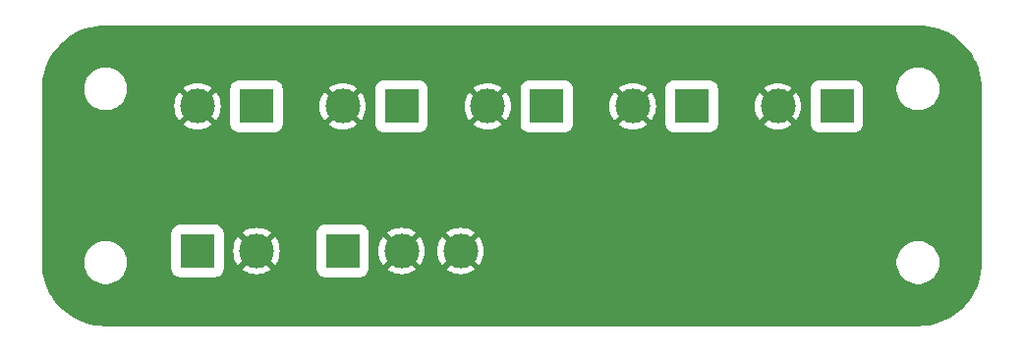
<source format=gbr>
%TF.GenerationSoftware,KiCad,Pcbnew,8.0.1*%
%TF.CreationDate,2024-04-17T01:34:18+02:00*%
%TF.ProjectId,PowerDistributionBoard,506f7765-7244-4697-9374-726962757469,rev?*%
%TF.SameCoordinates,Original*%
%TF.FileFunction,Copper,L1,Top*%
%TF.FilePolarity,Positive*%
%FSLAX46Y46*%
G04 Gerber Fmt 4.6, Leading zero omitted, Abs format (unit mm)*
G04 Created by KiCad (PCBNEW 8.0.1) date 2024-04-17 01:34:18*
%MOMM*%
%LPD*%
G01*
G04 APERTURE LIST*
%TA.AperFunction,ComponentPad*%
%ADD10R,3.000000X3.000000*%
%TD*%
%TA.AperFunction,ComponentPad*%
%ADD11C,3.000000*%
%TD*%
G04 APERTURE END LIST*
D10*
%TO.P,J7,1,Pin_1*%
%TO.N,GND*%
X147420000Y-50000000D03*
D11*
%TO.P,J7,2,Pin_2*%
%TO.N,+12V*%
X152500000Y-50000000D03*
%TO.P,J7,3,Pin_3*%
X157580000Y-50000000D03*
%TD*%
D10*
%TO.P,J6,1,Pin_1*%
%TO.N,GND*%
X134920000Y-50000000D03*
D11*
%TO.P,J6,2,Pin_2*%
%TO.N,+12V*%
X140000000Y-50000000D03*
%TD*%
D10*
%TO.P,J2,1,Pin_1*%
%TO.N,GND*%
X152500000Y-37500000D03*
D11*
%TO.P,J2,2,Pin_2*%
%TO.N,+12V*%
X147420000Y-37500000D03*
%TD*%
D10*
%TO.P,J1,1,Pin_1*%
%TO.N,GND*%
X140000000Y-37500000D03*
D11*
%TO.P,J1,2,Pin_2*%
%TO.N,+12V*%
X134920000Y-37500000D03*
%TD*%
D10*
%TO.P,J3,1,Pin_1*%
%TO.N,GND*%
X165000000Y-37500000D03*
D11*
%TO.P,J3,2,Pin_2*%
%TO.N,+12V*%
X159920000Y-37500000D03*
%TD*%
D10*
%TO.P,J4,1,Pin_1*%
%TO.N,GND*%
X177500000Y-37500000D03*
D11*
%TO.P,J4,2,Pin_2*%
%TO.N,+12V*%
X172420000Y-37500000D03*
%TD*%
D10*
%TO.P,J5,1,Pin_1*%
%TO.N,GND*%
X190000000Y-37500000D03*
D11*
%TO.P,J5,2,Pin_2*%
%TO.N,+12V*%
X184920000Y-37500000D03*
%TD*%
%TA.AperFunction,Conductor*%
%TO.N,+12V*%
G36*
X197002562Y-30500605D02*
G01*
X197449036Y-30519072D01*
X197459209Y-30519915D01*
X197900114Y-30574873D01*
X197910194Y-30576555D01*
X198345042Y-30667733D01*
X198354950Y-30670242D01*
X198780786Y-30797019D01*
X198790454Y-30800338D01*
X199131430Y-30933388D01*
X199204339Y-30961838D01*
X199213724Y-30965954D01*
X199612869Y-31161083D01*
X199621877Y-31165958D01*
X200003544Y-31393383D01*
X200012123Y-31398989D01*
X200373693Y-31657144D01*
X200381775Y-31663435D01*
X200720796Y-31950571D01*
X200728336Y-31957512D01*
X201042487Y-32271663D01*
X201049428Y-32279203D01*
X201336564Y-32618224D01*
X201342859Y-32626312D01*
X201601010Y-32987876D01*
X201606616Y-32996455D01*
X201834041Y-33378122D01*
X201838919Y-33387136D01*
X202034045Y-33786275D01*
X202038161Y-33795660D01*
X202199656Y-34209533D01*
X202202984Y-34219226D01*
X202329753Y-34645036D01*
X202332269Y-34654971D01*
X202423441Y-35089791D01*
X202425128Y-35099900D01*
X202480082Y-35540769D01*
X202480928Y-35550983D01*
X202499394Y-35997437D01*
X202499500Y-36002561D01*
X202499500Y-50997438D01*
X202499394Y-51002562D01*
X202480928Y-51449016D01*
X202480082Y-51459230D01*
X202425128Y-51900099D01*
X202423441Y-51910208D01*
X202332269Y-52345028D01*
X202329753Y-52354963D01*
X202202984Y-52780773D01*
X202199656Y-52790466D01*
X202038161Y-53204339D01*
X202034045Y-53213724D01*
X201838919Y-53612863D01*
X201834041Y-53621877D01*
X201606616Y-54003544D01*
X201601010Y-54012123D01*
X201342859Y-54373687D01*
X201336564Y-54381775D01*
X201049428Y-54720796D01*
X201042487Y-54728336D01*
X200728336Y-55042487D01*
X200720796Y-55049428D01*
X200381775Y-55336564D01*
X200373687Y-55342859D01*
X200012123Y-55601010D01*
X200003544Y-55606616D01*
X199621877Y-55834041D01*
X199612863Y-55838919D01*
X199213724Y-56034045D01*
X199204339Y-56038161D01*
X198790466Y-56199656D01*
X198780773Y-56202984D01*
X198354963Y-56329753D01*
X198345028Y-56332269D01*
X197910208Y-56423441D01*
X197900099Y-56425128D01*
X197459230Y-56480082D01*
X197449016Y-56480928D01*
X197002563Y-56499394D01*
X196997439Y-56499500D01*
X127002561Y-56499500D01*
X126997437Y-56499394D01*
X126550983Y-56480928D01*
X126540769Y-56480082D01*
X126099900Y-56425128D01*
X126089791Y-56423441D01*
X125654971Y-56332269D01*
X125645036Y-56329753D01*
X125219226Y-56202984D01*
X125209533Y-56199656D01*
X124795660Y-56038161D01*
X124786275Y-56034045D01*
X124387136Y-55838919D01*
X124378122Y-55834041D01*
X123996455Y-55606616D01*
X123987876Y-55601010D01*
X123626312Y-55342859D01*
X123618224Y-55336564D01*
X123279203Y-55049428D01*
X123271663Y-55042487D01*
X122957512Y-54728336D01*
X122950571Y-54720796D01*
X122663435Y-54381775D01*
X122657140Y-54373687D01*
X122398989Y-54012123D01*
X122393383Y-54003544D01*
X122165958Y-53621877D01*
X122161080Y-53612863D01*
X121965954Y-53213724D01*
X121961838Y-53204339D01*
X121811414Y-52818838D01*
X121800338Y-52790454D01*
X121797019Y-52780786D01*
X121670242Y-52354950D01*
X121667733Y-52345042D01*
X121576555Y-51910194D01*
X121574873Y-51900114D01*
X121519915Y-51459209D01*
X121519072Y-51449036D01*
X121505516Y-51121288D01*
X125149500Y-51121288D01*
X125181161Y-51361785D01*
X125243947Y-51596104D01*
X125267431Y-51652799D01*
X125336776Y-51820212D01*
X125458064Y-52030289D01*
X125458066Y-52030292D01*
X125458067Y-52030293D01*
X125605733Y-52222736D01*
X125605739Y-52222743D01*
X125777256Y-52394260D01*
X125777262Y-52394265D01*
X125969711Y-52541936D01*
X126179788Y-52663224D01*
X126403900Y-52756054D01*
X126638211Y-52818838D01*
X126818586Y-52842584D01*
X126878711Y-52850500D01*
X126878712Y-52850500D01*
X127121289Y-52850500D01*
X127169388Y-52844167D01*
X127361789Y-52818838D01*
X127596100Y-52756054D01*
X127820212Y-52663224D01*
X128030289Y-52541936D01*
X128222738Y-52394265D01*
X128394265Y-52222738D01*
X128541936Y-52030289D01*
X128663224Y-51820212D01*
X128756054Y-51596100D01*
X128768406Y-51550001D01*
X132669500Y-51550001D01*
X132669501Y-51550018D01*
X132680000Y-51652796D01*
X132680001Y-51652799D01*
X132735185Y-51819331D01*
X132735187Y-51819336D01*
X132735729Y-51820214D01*
X132827288Y-51968656D01*
X132951344Y-52092712D01*
X133100666Y-52184814D01*
X133267203Y-52239999D01*
X133369991Y-52250500D01*
X136470008Y-52250499D01*
X136572797Y-52239999D01*
X136739334Y-52184814D01*
X136888656Y-52092712D01*
X137012712Y-51968656D01*
X137104814Y-51819334D01*
X137159999Y-51652797D01*
X137170500Y-51550009D01*
X137170500Y-50000001D01*
X137994891Y-50000001D01*
X138015300Y-50285362D01*
X138076109Y-50564895D01*
X138176091Y-50832958D01*
X138313191Y-51084038D01*
X138313196Y-51084046D01*
X138419882Y-51226561D01*
X138419883Y-51226562D01*
X139314767Y-50331677D01*
X139326497Y-50359995D01*
X139409670Y-50484472D01*
X139515528Y-50590330D01*
X139640005Y-50673503D01*
X139668320Y-50685231D01*
X138773436Y-51580115D01*
X138915960Y-51686807D01*
X138915961Y-51686808D01*
X139167042Y-51823908D01*
X139167041Y-51823908D01*
X139435104Y-51923890D01*
X139714637Y-51984699D01*
X139999999Y-52005109D01*
X140000001Y-52005109D01*
X140285362Y-51984699D01*
X140564895Y-51923890D01*
X140832958Y-51823908D01*
X141084047Y-51686803D01*
X141226561Y-51580116D01*
X141226562Y-51580115D01*
X141196448Y-51550001D01*
X145169500Y-51550001D01*
X145169501Y-51550018D01*
X145180000Y-51652796D01*
X145180001Y-51652799D01*
X145235185Y-51819331D01*
X145235187Y-51819336D01*
X145235729Y-51820214D01*
X145327288Y-51968656D01*
X145451344Y-52092712D01*
X145600666Y-52184814D01*
X145767203Y-52239999D01*
X145869991Y-52250500D01*
X148970008Y-52250499D01*
X149072797Y-52239999D01*
X149239334Y-52184814D01*
X149388656Y-52092712D01*
X149512712Y-51968656D01*
X149604814Y-51819334D01*
X149659999Y-51652797D01*
X149670500Y-51550009D01*
X149670500Y-50000001D01*
X150494891Y-50000001D01*
X150515300Y-50285362D01*
X150576109Y-50564895D01*
X150676091Y-50832958D01*
X150813191Y-51084038D01*
X150813196Y-51084046D01*
X150919882Y-51226561D01*
X150919883Y-51226562D01*
X151814767Y-50331677D01*
X151826497Y-50359995D01*
X151909670Y-50484472D01*
X152015528Y-50590330D01*
X152140005Y-50673503D01*
X152168320Y-50685231D01*
X151273436Y-51580115D01*
X151415960Y-51686807D01*
X151415961Y-51686808D01*
X151667042Y-51823908D01*
X151667041Y-51823908D01*
X151935104Y-51923890D01*
X152214637Y-51984699D01*
X152499999Y-52005109D01*
X152500001Y-52005109D01*
X152785362Y-51984699D01*
X153064895Y-51923890D01*
X153332958Y-51823908D01*
X153584047Y-51686803D01*
X153726561Y-51580116D01*
X153726562Y-51580115D01*
X152831679Y-50685231D01*
X152859995Y-50673503D01*
X152984472Y-50590330D01*
X153090330Y-50484472D01*
X153173503Y-50359995D01*
X153185231Y-50331678D01*
X154080115Y-51226562D01*
X154080116Y-51226561D01*
X154186803Y-51084047D01*
X154323908Y-50832958D01*
X154423890Y-50564895D01*
X154484699Y-50285362D01*
X154505109Y-50000001D01*
X155574891Y-50000001D01*
X155595300Y-50285362D01*
X155656109Y-50564895D01*
X155756091Y-50832958D01*
X155893191Y-51084038D01*
X155893196Y-51084046D01*
X155999882Y-51226561D01*
X155999883Y-51226562D01*
X156894767Y-50331677D01*
X156906497Y-50359995D01*
X156989670Y-50484472D01*
X157095528Y-50590330D01*
X157220005Y-50673503D01*
X157248320Y-50685231D01*
X156353436Y-51580115D01*
X156495960Y-51686807D01*
X156495961Y-51686808D01*
X156747042Y-51823908D01*
X156747041Y-51823908D01*
X157015104Y-51923890D01*
X157294637Y-51984699D01*
X157579999Y-52005109D01*
X157580001Y-52005109D01*
X157865362Y-51984699D01*
X158144895Y-51923890D01*
X158412958Y-51823908D01*
X158664047Y-51686803D01*
X158806561Y-51580116D01*
X158806562Y-51580115D01*
X157911679Y-50685231D01*
X157939995Y-50673503D01*
X158064472Y-50590330D01*
X158170330Y-50484472D01*
X158253503Y-50359995D01*
X158265231Y-50331678D01*
X159160115Y-51226562D01*
X159160116Y-51226561D01*
X159238924Y-51121288D01*
X195149500Y-51121288D01*
X195181161Y-51361785D01*
X195243947Y-51596104D01*
X195267431Y-51652799D01*
X195336776Y-51820212D01*
X195458064Y-52030289D01*
X195458066Y-52030292D01*
X195458067Y-52030293D01*
X195605733Y-52222736D01*
X195605739Y-52222743D01*
X195777256Y-52394260D01*
X195777262Y-52394265D01*
X195969711Y-52541936D01*
X196179788Y-52663224D01*
X196403900Y-52756054D01*
X196638211Y-52818838D01*
X196818586Y-52842584D01*
X196878711Y-52850500D01*
X196878712Y-52850500D01*
X197121289Y-52850500D01*
X197169388Y-52844167D01*
X197361789Y-52818838D01*
X197596100Y-52756054D01*
X197820212Y-52663224D01*
X198030289Y-52541936D01*
X198222738Y-52394265D01*
X198394265Y-52222738D01*
X198541936Y-52030289D01*
X198663224Y-51820212D01*
X198756054Y-51596100D01*
X198818838Y-51361789D01*
X198850500Y-51121288D01*
X198850500Y-50878712D01*
X198844476Y-50832958D01*
X198842584Y-50818586D01*
X198818838Y-50638211D01*
X198756054Y-50403900D01*
X198663224Y-50179788D01*
X198541936Y-49969711D01*
X198394265Y-49777262D01*
X198394260Y-49777256D01*
X198222743Y-49605739D01*
X198222736Y-49605733D01*
X198030293Y-49458067D01*
X198030292Y-49458066D01*
X198030289Y-49458064D01*
X197820212Y-49336776D01*
X197820205Y-49336773D01*
X197596104Y-49243947D01*
X197361785Y-49181161D01*
X197121289Y-49149500D01*
X197121288Y-49149500D01*
X196878712Y-49149500D01*
X196878711Y-49149500D01*
X196638214Y-49181161D01*
X196403895Y-49243947D01*
X196179794Y-49336773D01*
X196179785Y-49336777D01*
X195969706Y-49458067D01*
X195777263Y-49605733D01*
X195777256Y-49605739D01*
X195605739Y-49777256D01*
X195605733Y-49777263D01*
X195458067Y-49969706D01*
X195336777Y-50179785D01*
X195336773Y-50179794D01*
X195243947Y-50403895D01*
X195181161Y-50638214D01*
X195149500Y-50878711D01*
X195149500Y-51121288D01*
X159238924Y-51121288D01*
X159266803Y-51084047D01*
X159403908Y-50832958D01*
X159503890Y-50564895D01*
X159564699Y-50285362D01*
X159585109Y-50000001D01*
X159585109Y-49999998D01*
X159564699Y-49714637D01*
X159503890Y-49435104D01*
X159403908Y-49167041D01*
X159266808Y-48915961D01*
X159266807Y-48915960D01*
X159160115Y-48773436D01*
X158265231Y-49668320D01*
X158253503Y-49640005D01*
X158170330Y-49515528D01*
X158064472Y-49409670D01*
X157939995Y-49326497D01*
X157911678Y-49314767D01*
X158806562Y-48419883D01*
X158806561Y-48419882D01*
X158664046Y-48313196D01*
X158664038Y-48313191D01*
X158412957Y-48176091D01*
X158412958Y-48176091D01*
X158144895Y-48076109D01*
X157865362Y-48015300D01*
X157580001Y-47994891D01*
X157579999Y-47994891D01*
X157294637Y-48015300D01*
X157015104Y-48076109D01*
X156747041Y-48176091D01*
X156495961Y-48313191D01*
X156495953Y-48313196D01*
X156353437Y-48419882D01*
X156353436Y-48419883D01*
X157248321Y-49314767D01*
X157220005Y-49326497D01*
X157095528Y-49409670D01*
X156989670Y-49515528D01*
X156906497Y-49640005D01*
X156894768Y-49668321D01*
X155999883Y-48773436D01*
X155999882Y-48773437D01*
X155893196Y-48915953D01*
X155893191Y-48915961D01*
X155756091Y-49167041D01*
X155656109Y-49435104D01*
X155595300Y-49714637D01*
X155574891Y-49999998D01*
X155574891Y-50000001D01*
X154505109Y-50000001D01*
X154505109Y-49999998D01*
X154484699Y-49714637D01*
X154423890Y-49435104D01*
X154323908Y-49167041D01*
X154186808Y-48915961D01*
X154186807Y-48915960D01*
X154080115Y-48773436D01*
X153185231Y-49668320D01*
X153173503Y-49640005D01*
X153090330Y-49515528D01*
X152984472Y-49409670D01*
X152859995Y-49326497D01*
X152831678Y-49314767D01*
X153726562Y-48419883D01*
X153726561Y-48419882D01*
X153584046Y-48313196D01*
X153584038Y-48313191D01*
X153332957Y-48176091D01*
X153332958Y-48176091D01*
X153064895Y-48076109D01*
X152785362Y-48015300D01*
X152500001Y-47994891D01*
X152499999Y-47994891D01*
X152214637Y-48015300D01*
X151935104Y-48076109D01*
X151667041Y-48176091D01*
X151415961Y-48313191D01*
X151415953Y-48313196D01*
X151273437Y-48419882D01*
X151273436Y-48419883D01*
X152168321Y-49314767D01*
X152140005Y-49326497D01*
X152015528Y-49409670D01*
X151909670Y-49515528D01*
X151826497Y-49640005D01*
X151814768Y-49668321D01*
X150919883Y-48773436D01*
X150919882Y-48773437D01*
X150813196Y-48915953D01*
X150813191Y-48915961D01*
X150676091Y-49167041D01*
X150576109Y-49435104D01*
X150515300Y-49714637D01*
X150494891Y-49999998D01*
X150494891Y-50000001D01*
X149670500Y-50000001D01*
X149670499Y-48449992D01*
X149659999Y-48347203D01*
X149604814Y-48180666D01*
X149512712Y-48031344D01*
X149388656Y-47907288D01*
X149239334Y-47815186D01*
X149072797Y-47760001D01*
X149072795Y-47760000D01*
X148970010Y-47749500D01*
X145869998Y-47749500D01*
X145869981Y-47749501D01*
X145767203Y-47760000D01*
X145767200Y-47760001D01*
X145600668Y-47815185D01*
X145600663Y-47815187D01*
X145451342Y-47907289D01*
X145327289Y-48031342D01*
X145235187Y-48180663D01*
X145235186Y-48180666D01*
X145180001Y-48347203D01*
X145180001Y-48347204D01*
X145180000Y-48347204D01*
X145169500Y-48449983D01*
X145169500Y-51550001D01*
X141196448Y-51550001D01*
X140331679Y-50685231D01*
X140359995Y-50673503D01*
X140484472Y-50590330D01*
X140590330Y-50484472D01*
X140673503Y-50359995D01*
X140685231Y-50331678D01*
X141580115Y-51226562D01*
X141580116Y-51226561D01*
X141686803Y-51084047D01*
X141823908Y-50832958D01*
X141923890Y-50564895D01*
X141984699Y-50285362D01*
X142005109Y-50000001D01*
X142005109Y-49999998D01*
X141984699Y-49714637D01*
X141923890Y-49435104D01*
X141823908Y-49167041D01*
X141686808Y-48915961D01*
X141686807Y-48915960D01*
X141580115Y-48773436D01*
X140685231Y-49668320D01*
X140673503Y-49640005D01*
X140590330Y-49515528D01*
X140484472Y-49409670D01*
X140359995Y-49326497D01*
X140331678Y-49314767D01*
X141226562Y-48419883D01*
X141226561Y-48419882D01*
X141084046Y-48313196D01*
X141084038Y-48313191D01*
X140832957Y-48176091D01*
X140832958Y-48176091D01*
X140564895Y-48076109D01*
X140285362Y-48015300D01*
X140000001Y-47994891D01*
X139999999Y-47994891D01*
X139714637Y-48015300D01*
X139435104Y-48076109D01*
X139167041Y-48176091D01*
X138915961Y-48313191D01*
X138915953Y-48313196D01*
X138773437Y-48419882D01*
X138773436Y-48419883D01*
X139668321Y-49314767D01*
X139640005Y-49326497D01*
X139515528Y-49409670D01*
X139409670Y-49515528D01*
X139326497Y-49640005D01*
X139314768Y-49668321D01*
X138419883Y-48773436D01*
X138419882Y-48773437D01*
X138313196Y-48915953D01*
X138313191Y-48915961D01*
X138176091Y-49167041D01*
X138076109Y-49435104D01*
X138015300Y-49714637D01*
X137994891Y-49999998D01*
X137994891Y-50000001D01*
X137170500Y-50000001D01*
X137170499Y-48449992D01*
X137159999Y-48347203D01*
X137104814Y-48180666D01*
X137012712Y-48031344D01*
X136888656Y-47907288D01*
X136739334Y-47815186D01*
X136572797Y-47760001D01*
X136572795Y-47760000D01*
X136470010Y-47749500D01*
X133369998Y-47749500D01*
X133369981Y-47749501D01*
X133267203Y-47760000D01*
X133267200Y-47760001D01*
X133100668Y-47815185D01*
X133100663Y-47815187D01*
X132951342Y-47907289D01*
X132827289Y-48031342D01*
X132735187Y-48180663D01*
X132735186Y-48180666D01*
X132680001Y-48347203D01*
X132680001Y-48347204D01*
X132680000Y-48347204D01*
X132669500Y-48449983D01*
X132669500Y-51550001D01*
X128768406Y-51550001D01*
X128818838Y-51361789D01*
X128850500Y-51121288D01*
X128850500Y-50878712D01*
X128844476Y-50832958D01*
X128842584Y-50818586D01*
X128818838Y-50638211D01*
X128756054Y-50403900D01*
X128663224Y-50179788D01*
X128541936Y-49969711D01*
X128394265Y-49777262D01*
X128394260Y-49777256D01*
X128222743Y-49605739D01*
X128222736Y-49605733D01*
X128030293Y-49458067D01*
X128030292Y-49458066D01*
X128030289Y-49458064D01*
X127820212Y-49336776D01*
X127820205Y-49336773D01*
X127596104Y-49243947D01*
X127361785Y-49181161D01*
X127121289Y-49149500D01*
X127121288Y-49149500D01*
X126878712Y-49149500D01*
X126878711Y-49149500D01*
X126638214Y-49181161D01*
X126403895Y-49243947D01*
X126179794Y-49336773D01*
X126179785Y-49336777D01*
X125969706Y-49458067D01*
X125777263Y-49605733D01*
X125777256Y-49605739D01*
X125605739Y-49777256D01*
X125605733Y-49777263D01*
X125458067Y-49969706D01*
X125336777Y-50179785D01*
X125336773Y-50179794D01*
X125243947Y-50403895D01*
X125181161Y-50638214D01*
X125149500Y-50878711D01*
X125149500Y-51121288D01*
X121505516Y-51121288D01*
X121500606Y-51002562D01*
X121500500Y-50997438D01*
X121500500Y-36121288D01*
X125149500Y-36121288D01*
X125181162Y-36361789D01*
X125212554Y-36478944D01*
X125243947Y-36596104D01*
X125303551Y-36740000D01*
X125336776Y-36820212D01*
X125458064Y-37030289D01*
X125458066Y-37030292D01*
X125458067Y-37030293D01*
X125605733Y-37222736D01*
X125605739Y-37222743D01*
X125777256Y-37394260D01*
X125777262Y-37394265D01*
X125969711Y-37541936D01*
X126179788Y-37663224D01*
X126403900Y-37756054D01*
X126638211Y-37818838D01*
X126818586Y-37842584D01*
X126878711Y-37850500D01*
X126878712Y-37850500D01*
X127121289Y-37850500D01*
X127169388Y-37844167D01*
X127361789Y-37818838D01*
X127596100Y-37756054D01*
X127820212Y-37663224D01*
X128030289Y-37541936D01*
X128084940Y-37500001D01*
X132914891Y-37500001D01*
X132935300Y-37785362D01*
X132996109Y-38064895D01*
X133096091Y-38332958D01*
X133233191Y-38584038D01*
X133233196Y-38584046D01*
X133339882Y-38726561D01*
X133339883Y-38726562D01*
X134234767Y-37831677D01*
X134246497Y-37859995D01*
X134329670Y-37984472D01*
X134435528Y-38090330D01*
X134560005Y-38173503D01*
X134588320Y-38185231D01*
X133693436Y-39080115D01*
X133835960Y-39186807D01*
X133835961Y-39186808D01*
X134087042Y-39323908D01*
X134087041Y-39323908D01*
X134355104Y-39423890D01*
X134634637Y-39484699D01*
X134919999Y-39505109D01*
X134920001Y-39505109D01*
X135205362Y-39484699D01*
X135484895Y-39423890D01*
X135752958Y-39323908D01*
X136004047Y-39186803D01*
X136146561Y-39080116D01*
X136146562Y-39080115D01*
X136116448Y-39050001D01*
X137749500Y-39050001D01*
X137749501Y-39050018D01*
X137760000Y-39152796D01*
X137760001Y-39152799D01*
X137771271Y-39186808D01*
X137815186Y-39319334D01*
X137907288Y-39468656D01*
X138031344Y-39592712D01*
X138180666Y-39684814D01*
X138347203Y-39739999D01*
X138449991Y-39750500D01*
X141550008Y-39750499D01*
X141652797Y-39739999D01*
X141819334Y-39684814D01*
X141968656Y-39592712D01*
X142092712Y-39468656D01*
X142184814Y-39319334D01*
X142239999Y-39152797D01*
X142250500Y-39050009D01*
X142250500Y-37500001D01*
X145414891Y-37500001D01*
X145435300Y-37785362D01*
X145496109Y-38064895D01*
X145596091Y-38332958D01*
X145733191Y-38584038D01*
X145733196Y-38584046D01*
X145839882Y-38726561D01*
X145839883Y-38726562D01*
X146734767Y-37831677D01*
X146746497Y-37859995D01*
X146829670Y-37984472D01*
X146935528Y-38090330D01*
X147060005Y-38173503D01*
X147088320Y-38185231D01*
X146193436Y-39080115D01*
X146335960Y-39186807D01*
X146335961Y-39186808D01*
X146587042Y-39323908D01*
X146587041Y-39323908D01*
X146855104Y-39423890D01*
X147134637Y-39484699D01*
X147419999Y-39505109D01*
X147420001Y-39505109D01*
X147705362Y-39484699D01*
X147984895Y-39423890D01*
X148252958Y-39323908D01*
X148504047Y-39186803D01*
X148646561Y-39080116D01*
X148646562Y-39080115D01*
X148616448Y-39050001D01*
X150249500Y-39050001D01*
X150249501Y-39050018D01*
X150260000Y-39152796D01*
X150260001Y-39152799D01*
X150271271Y-39186808D01*
X150315186Y-39319334D01*
X150407288Y-39468656D01*
X150531344Y-39592712D01*
X150680666Y-39684814D01*
X150847203Y-39739999D01*
X150949991Y-39750500D01*
X154050008Y-39750499D01*
X154152797Y-39739999D01*
X154319334Y-39684814D01*
X154468656Y-39592712D01*
X154592712Y-39468656D01*
X154684814Y-39319334D01*
X154739999Y-39152797D01*
X154750500Y-39050009D01*
X154750500Y-37500001D01*
X157914891Y-37500001D01*
X157935300Y-37785362D01*
X157996109Y-38064895D01*
X158096091Y-38332958D01*
X158233191Y-38584038D01*
X158233196Y-38584046D01*
X158339882Y-38726561D01*
X158339883Y-38726562D01*
X159234767Y-37831677D01*
X159246497Y-37859995D01*
X159329670Y-37984472D01*
X159435528Y-38090330D01*
X159560005Y-38173503D01*
X159588320Y-38185231D01*
X158693436Y-39080115D01*
X158835960Y-39186807D01*
X158835961Y-39186808D01*
X159087042Y-39323908D01*
X159087041Y-39323908D01*
X159355104Y-39423890D01*
X159634637Y-39484699D01*
X159919999Y-39505109D01*
X159920001Y-39505109D01*
X160205362Y-39484699D01*
X160484895Y-39423890D01*
X160752958Y-39323908D01*
X161004047Y-39186803D01*
X161146561Y-39080116D01*
X161146562Y-39080115D01*
X161116448Y-39050001D01*
X162749500Y-39050001D01*
X162749501Y-39050018D01*
X162760000Y-39152796D01*
X162760001Y-39152799D01*
X162771271Y-39186808D01*
X162815186Y-39319334D01*
X162907288Y-39468656D01*
X163031344Y-39592712D01*
X163180666Y-39684814D01*
X163347203Y-39739999D01*
X163449991Y-39750500D01*
X166550008Y-39750499D01*
X166652797Y-39739999D01*
X166819334Y-39684814D01*
X166968656Y-39592712D01*
X167092712Y-39468656D01*
X167184814Y-39319334D01*
X167239999Y-39152797D01*
X167250500Y-39050009D01*
X167250500Y-37500001D01*
X170414891Y-37500001D01*
X170435300Y-37785362D01*
X170496109Y-38064895D01*
X170596091Y-38332958D01*
X170733191Y-38584038D01*
X170733196Y-38584046D01*
X170839882Y-38726561D01*
X170839883Y-38726562D01*
X171734767Y-37831677D01*
X171746497Y-37859995D01*
X171829670Y-37984472D01*
X171935528Y-38090330D01*
X172060005Y-38173503D01*
X172088320Y-38185231D01*
X171193436Y-39080115D01*
X171335960Y-39186807D01*
X171335961Y-39186808D01*
X171587042Y-39323908D01*
X171587041Y-39323908D01*
X171855104Y-39423890D01*
X172134637Y-39484699D01*
X172419999Y-39505109D01*
X172420001Y-39505109D01*
X172705362Y-39484699D01*
X172984895Y-39423890D01*
X173252958Y-39323908D01*
X173504047Y-39186803D01*
X173646561Y-39080116D01*
X173646562Y-39080115D01*
X173616448Y-39050001D01*
X175249500Y-39050001D01*
X175249501Y-39050018D01*
X175260000Y-39152796D01*
X175260001Y-39152799D01*
X175271271Y-39186808D01*
X175315186Y-39319334D01*
X175407288Y-39468656D01*
X175531344Y-39592712D01*
X175680666Y-39684814D01*
X175847203Y-39739999D01*
X175949991Y-39750500D01*
X179050008Y-39750499D01*
X179152797Y-39739999D01*
X179319334Y-39684814D01*
X179468656Y-39592712D01*
X179592712Y-39468656D01*
X179684814Y-39319334D01*
X179739999Y-39152797D01*
X179750500Y-39050009D01*
X179750500Y-37500001D01*
X182914891Y-37500001D01*
X182935300Y-37785362D01*
X182996109Y-38064895D01*
X183096091Y-38332958D01*
X183233191Y-38584038D01*
X183233196Y-38584046D01*
X183339882Y-38726561D01*
X183339883Y-38726562D01*
X184234767Y-37831677D01*
X184246497Y-37859995D01*
X184329670Y-37984472D01*
X184435528Y-38090330D01*
X184560005Y-38173503D01*
X184588320Y-38185231D01*
X183693436Y-39080115D01*
X183835960Y-39186807D01*
X183835961Y-39186808D01*
X184087042Y-39323908D01*
X184087041Y-39323908D01*
X184355104Y-39423890D01*
X184634637Y-39484699D01*
X184919999Y-39505109D01*
X184920001Y-39505109D01*
X185205362Y-39484699D01*
X185484895Y-39423890D01*
X185752958Y-39323908D01*
X186004047Y-39186803D01*
X186146561Y-39080116D01*
X186146562Y-39080115D01*
X186116448Y-39050001D01*
X187749500Y-39050001D01*
X187749501Y-39050018D01*
X187760000Y-39152796D01*
X187760001Y-39152799D01*
X187771271Y-39186808D01*
X187815186Y-39319334D01*
X187907288Y-39468656D01*
X188031344Y-39592712D01*
X188180666Y-39684814D01*
X188347203Y-39739999D01*
X188449991Y-39750500D01*
X191550008Y-39750499D01*
X191652797Y-39739999D01*
X191819334Y-39684814D01*
X191968656Y-39592712D01*
X192092712Y-39468656D01*
X192184814Y-39319334D01*
X192239999Y-39152797D01*
X192250500Y-39050009D01*
X192250499Y-36121288D01*
X195149500Y-36121288D01*
X195181162Y-36361789D01*
X195212554Y-36478944D01*
X195243947Y-36596104D01*
X195303551Y-36740000D01*
X195336776Y-36820212D01*
X195458064Y-37030289D01*
X195458066Y-37030292D01*
X195458067Y-37030293D01*
X195605733Y-37222736D01*
X195605739Y-37222743D01*
X195777256Y-37394260D01*
X195777262Y-37394265D01*
X195969711Y-37541936D01*
X196179788Y-37663224D01*
X196403900Y-37756054D01*
X196638211Y-37818838D01*
X196818586Y-37842584D01*
X196878711Y-37850500D01*
X196878712Y-37850500D01*
X197121289Y-37850500D01*
X197169388Y-37844167D01*
X197361789Y-37818838D01*
X197596100Y-37756054D01*
X197820212Y-37663224D01*
X198030289Y-37541936D01*
X198222738Y-37394265D01*
X198394265Y-37222738D01*
X198541936Y-37030289D01*
X198663224Y-36820212D01*
X198756054Y-36596100D01*
X198818838Y-36361789D01*
X198850500Y-36121288D01*
X198850500Y-35878712D01*
X198846351Y-35847200D01*
X198818838Y-35638214D01*
X198818838Y-35638211D01*
X198756054Y-35403900D01*
X198663224Y-35179788D01*
X198541936Y-34969711D01*
X198394265Y-34777262D01*
X198394260Y-34777256D01*
X198222743Y-34605739D01*
X198222736Y-34605733D01*
X198030293Y-34458067D01*
X198030292Y-34458066D01*
X198030289Y-34458064D01*
X197820212Y-34336776D01*
X197820205Y-34336773D01*
X197596104Y-34243947D01*
X197361785Y-34181161D01*
X197121289Y-34149500D01*
X197121288Y-34149500D01*
X196878712Y-34149500D01*
X196878711Y-34149500D01*
X196638214Y-34181161D01*
X196403895Y-34243947D01*
X196179794Y-34336773D01*
X196179785Y-34336777D01*
X195969706Y-34458067D01*
X195777263Y-34605733D01*
X195777256Y-34605739D01*
X195605739Y-34777256D01*
X195605733Y-34777263D01*
X195458067Y-34969706D01*
X195336777Y-35179785D01*
X195336773Y-35179794D01*
X195243947Y-35403895D01*
X195181161Y-35638214D01*
X195153648Y-35847203D01*
X195149500Y-35878712D01*
X195149500Y-36121288D01*
X192250499Y-36121288D01*
X192250499Y-35949992D01*
X192248876Y-35934108D01*
X192239999Y-35847203D01*
X192239998Y-35847200D01*
X192228730Y-35813196D01*
X192184814Y-35680666D01*
X192092712Y-35531344D01*
X191968656Y-35407288D01*
X191819334Y-35315186D01*
X191652797Y-35260001D01*
X191652795Y-35260000D01*
X191550010Y-35249500D01*
X188449998Y-35249500D01*
X188449981Y-35249501D01*
X188347203Y-35260000D01*
X188347200Y-35260001D01*
X188180668Y-35315185D01*
X188180663Y-35315187D01*
X188031342Y-35407289D01*
X187907289Y-35531342D01*
X187815187Y-35680663D01*
X187815186Y-35680666D01*
X187760001Y-35847203D01*
X187760001Y-35847204D01*
X187760000Y-35847204D01*
X187749500Y-35949983D01*
X187749500Y-39050001D01*
X186116448Y-39050001D01*
X185251679Y-38185231D01*
X185279995Y-38173503D01*
X185404472Y-38090330D01*
X185510330Y-37984472D01*
X185593503Y-37859995D01*
X185605231Y-37831678D01*
X186500115Y-38726562D01*
X186500116Y-38726561D01*
X186606803Y-38584047D01*
X186743908Y-38332958D01*
X186843890Y-38064895D01*
X186904699Y-37785362D01*
X186925109Y-37500001D01*
X186925109Y-37499998D01*
X186904699Y-37214637D01*
X186843890Y-36935104D01*
X186743908Y-36667041D01*
X186606808Y-36415961D01*
X186606807Y-36415960D01*
X186500115Y-36273436D01*
X185605231Y-37168320D01*
X185593503Y-37140005D01*
X185510330Y-37015528D01*
X185404472Y-36909670D01*
X185279995Y-36826497D01*
X185251678Y-36814767D01*
X186146562Y-35919883D01*
X186146561Y-35919882D01*
X186004046Y-35813196D01*
X186004038Y-35813191D01*
X185752957Y-35676091D01*
X185752958Y-35676091D01*
X185484895Y-35576109D01*
X185205362Y-35515300D01*
X184920001Y-35494891D01*
X184919999Y-35494891D01*
X184634637Y-35515300D01*
X184355104Y-35576109D01*
X184087041Y-35676091D01*
X183835961Y-35813191D01*
X183835953Y-35813196D01*
X183693437Y-35919882D01*
X183693436Y-35919883D01*
X184588321Y-36814767D01*
X184560005Y-36826497D01*
X184435528Y-36909670D01*
X184329670Y-37015528D01*
X184246497Y-37140005D01*
X184234768Y-37168321D01*
X183339883Y-36273436D01*
X183339882Y-36273437D01*
X183233196Y-36415953D01*
X183233191Y-36415961D01*
X183096091Y-36667041D01*
X182996109Y-36935104D01*
X182935300Y-37214637D01*
X182914891Y-37499998D01*
X182914891Y-37500001D01*
X179750500Y-37500001D01*
X179750499Y-35949992D01*
X179748876Y-35934108D01*
X179739999Y-35847203D01*
X179739998Y-35847200D01*
X179728730Y-35813196D01*
X179684814Y-35680666D01*
X179592712Y-35531344D01*
X179468656Y-35407288D01*
X179319334Y-35315186D01*
X179152797Y-35260001D01*
X179152795Y-35260000D01*
X179050010Y-35249500D01*
X175949998Y-35249500D01*
X175949981Y-35249501D01*
X175847203Y-35260000D01*
X175847200Y-35260001D01*
X175680668Y-35315185D01*
X175680663Y-35315187D01*
X175531342Y-35407289D01*
X175407289Y-35531342D01*
X175315187Y-35680663D01*
X175315186Y-35680666D01*
X175260001Y-35847203D01*
X175260001Y-35847204D01*
X175260000Y-35847204D01*
X175249500Y-35949983D01*
X175249500Y-39050001D01*
X173616448Y-39050001D01*
X172751679Y-38185231D01*
X172779995Y-38173503D01*
X172904472Y-38090330D01*
X173010330Y-37984472D01*
X173093503Y-37859995D01*
X173105231Y-37831678D01*
X174000115Y-38726562D01*
X174000116Y-38726561D01*
X174106803Y-38584047D01*
X174243908Y-38332958D01*
X174343890Y-38064895D01*
X174404699Y-37785362D01*
X174425109Y-37500001D01*
X174425109Y-37499998D01*
X174404699Y-37214637D01*
X174343890Y-36935104D01*
X174243908Y-36667041D01*
X174106808Y-36415961D01*
X174106807Y-36415960D01*
X174000115Y-36273436D01*
X173105231Y-37168320D01*
X173093503Y-37140005D01*
X173010330Y-37015528D01*
X172904472Y-36909670D01*
X172779995Y-36826497D01*
X172751678Y-36814767D01*
X173646562Y-35919883D01*
X173646561Y-35919882D01*
X173504046Y-35813196D01*
X173504038Y-35813191D01*
X173252957Y-35676091D01*
X173252958Y-35676091D01*
X172984895Y-35576109D01*
X172705362Y-35515300D01*
X172420001Y-35494891D01*
X172419999Y-35494891D01*
X172134637Y-35515300D01*
X171855104Y-35576109D01*
X171587041Y-35676091D01*
X171335961Y-35813191D01*
X171335953Y-35813196D01*
X171193437Y-35919882D01*
X171193436Y-35919883D01*
X172088321Y-36814767D01*
X172060005Y-36826497D01*
X171935528Y-36909670D01*
X171829670Y-37015528D01*
X171746497Y-37140005D01*
X171734768Y-37168321D01*
X170839883Y-36273436D01*
X170839882Y-36273437D01*
X170733196Y-36415953D01*
X170733191Y-36415961D01*
X170596091Y-36667041D01*
X170496109Y-36935104D01*
X170435300Y-37214637D01*
X170414891Y-37499998D01*
X170414891Y-37500001D01*
X167250500Y-37500001D01*
X167250499Y-35949992D01*
X167248876Y-35934108D01*
X167239999Y-35847203D01*
X167239998Y-35847200D01*
X167228730Y-35813196D01*
X167184814Y-35680666D01*
X167092712Y-35531344D01*
X166968656Y-35407288D01*
X166819334Y-35315186D01*
X166652797Y-35260001D01*
X166652795Y-35260000D01*
X166550010Y-35249500D01*
X163449998Y-35249500D01*
X163449981Y-35249501D01*
X163347203Y-35260000D01*
X163347200Y-35260001D01*
X163180668Y-35315185D01*
X163180663Y-35315187D01*
X163031342Y-35407289D01*
X162907289Y-35531342D01*
X162815187Y-35680663D01*
X162815186Y-35680666D01*
X162760001Y-35847203D01*
X162760001Y-35847204D01*
X162760000Y-35847204D01*
X162749500Y-35949983D01*
X162749500Y-39050001D01*
X161116448Y-39050001D01*
X160251679Y-38185231D01*
X160279995Y-38173503D01*
X160404472Y-38090330D01*
X160510330Y-37984472D01*
X160593503Y-37859995D01*
X160605231Y-37831678D01*
X161500115Y-38726562D01*
X161500116Y-38726561D01*
X161606803Y-38584047D01*
X161743908Y-38332958D01*
X161843890Y-38064895D01*
X161904699Y-37785362D01*
X161925109Y-37500001D01*
X161925109Y-37499998D01*
X161904699Y-37214637D01*
X161843890Y-36935104D01*
X161743908Y-36667041D01*
X161606808Y-36415961D01*
X161606807Y-36415960D01*
X161500115Y-36273436D01*
X160605231Y-37168320D01*
X160593503Y-37140005D01*
X160510330Y-37015528D01*
X160404472Y-36909670D01*
X160279995Y-36826497D01*
X160251678Y-36814767D01*
X161146562Y-35919883D01*
X161146561Y-35919882D01*
X161004046Y-35813196D01*
X161004038Y-35813191D01*
X160752957Y-35676091D01*
X160752958Y-35676091D01*
X160484895Y-35576109D01*
X160205362Y-35515300D01*
X159920001Y-35494891D01*
X159919999Y-35494891D01*
X159634637Y-35515300D01*
X159355104Y-35576109D01*
X159087041Y-35676091D01*
X158835961Y-35813191D01*
X158835953Y-35813196D01*
X158693437Y-35919882D01*
X158693436Y-35919883D01*
X159588321Y-36814767D01*
X159560005Y-36826497D01*
X159435528Y-36909670D01*
X159329670Y-37015528D01*
X159246497Y-37140005D01*
X159234768Y-37168321D01*
X158339883Y-36273436D01*
X158339882Y-36273437D01*
X158233196Y-36415953D01*
X158233191Y-36415961D01*
X158096091Y-36667041D01*
X157996109Y-36935104D01*
X157935300Y-37214637D01*
X157914891Y-37499998D01*
X157914891Y-37500001D01*
X154750500Y-37500001D01*
X154750499Y-35949992D01*
X154748876Y-35934108D01*
X154739999Y-35847203D01*
X154739998Y-35847200D01*
X154728730Y-35813196D01*
X154684814Y-35680666D01*
X154592712Y-35531344D01*
X154468656Y-35407288D01*
X154319334Y-35315186D01*
X154152797Y-35260001D01*
X154152795Y-35260000D01*
X154050010Y-35249500D01*
X150949998Y-35249500D01*
X150949981Y-35249501D01*
X150847203Y-35260000D01*
X150847200Y-35260001D01*
X150680668Y-35315185D01*
X150680663Y-35315187D01*
X150531342Y-35407289D01*
X150407289Y-35531342D01*
X150315187Y-35680663D01*
X150315186Y-35680666D01*
X150260001Y-35847203D01*
X150260001Y-35847204D01*
X150260000Y-35847204D01*
X150249500Y-35949983D01*
X150249500Y-39050001D01*
X148616448Y-39050001D01*
X147751679Y-38185231D01*
X147779995Y-38173503D01*
X147904472Y-38090330D01*
X148010330Y-37984472D01*
X148093503Y-37859995D01*
X148105231Y-37831678D01*
X149000115Y-38726562D01*
X149000116Y-38726561D01*
X149106803Y-38584047D01*
X149243908Y-38332958D01*
X149343890Y-38064895D01*
X149404699Y-37785362D01*
X149425109Y-37500001D01*
X149425109Y-37499998D01*
X149404699Y-37214637D01*
X149343890Y-36935104D01*
X149243908Y-36667041D01*
X149106808Y-36415961D01*
X149106807Y-36415960D01*
X149000115Y-36273436D01*
X148105231Y-37168320D01*
X148093503Y-37140005D01*
X148010330Y-37015528D01*
X147904472Y-36909670D01*
X147779995Y-36826497D01*
X147751678Y-36814767D01*
X148646562Y-35919883D01*
X148646561Y-35919882D01*
X148504046Y-35813196D01*
X148504038Y-35813191D01*
X148252957Y-35676091D01*
X148252958Y-35676091D01*
X147984895Y-35576109D01*
X147705362Y-35515300D01*
X147420001Y-35494891D01*
X147419999Y-35494891D01*
X147134637Y-35515300D01*
X146855104Y-35576109D01*
X146587041Y-35676091D01*
X146335961Y-35813191D01*
X146335953Y-35813196D01*
X146193437Y-35919882D01*
X146193436Y-35919883D01*
X147088321Y-36814767D01*
X147060005Y-36826497D01*
X146935528Y-36909670D01*
X146829670Y-37015528D01*
X146746497Y-37140005D01*
X146734768Y-37168321D01*
X145839883Y-36273436D01*
X145839882Y-36273437D01*
X145733196Y-36415953D01*
X145733191Y-36415961D01*
X145596091Y-36667041D01*
X145496109Y-36935104D01*
X145435300Y-37214637D01*
X145414891Y-37499998D01*
X145414891Y-37500001D01*
X142250500Y-37500001D01*
X142250499Y-35949992D01*
X142248876Y-35934108D01*
X142239999Y-35847203D01*
X142239998Y-35847200D01*
X142228730Y-35813196D01*
X142184814Y-35680666D01*
X142092712Y-35531344D01*
X141968656Y-35407288D01*
X141819334Y-35315186D01*
X141652797Y-35260001D01*
X141652795Y-35260000D01*
X141550010Y-35249500D01*
X138449998Y-35249500D01*
X138449981Y-35249501D01*
X138347203Y-35260000D01*
X138347200Y-35260001D01*
X138180668Y-35315185D01*
X138180663Y-35315187D01*
X138031342Y-35407289D01*
X137907289Y-35531342D01*
X137815187Y-35680663D01*
X137815186Y-35680666D01*
X137760001Y-35847203D01*
X137760001Y-35847204D01*
X137760000Y-35847204D01*
X137749500Y-35949983D01*
X137749500Y-39050001D01*
X136116448Y-39050001D01*
X135251679Y-38185231D01*
X135279995Y-38173503D01*
X135404472Y-38090330D01*
X135510330Y-37984472D01*
X135593503Y-37859995D01*
X135605231Y-37831678D01*
X136500115Y-38726562D01*
X136500116Y-38726561D01*
X136606803Y-38584047D01*
X136743908Y-38332958D01*
X136843890Y-38064895D01*
X136904699Y-37785362D01*
X136925109Y-37500001D01*
X136925109Y-37499998D01*
X136904699Y-37214637D01*
X136843890Y-36935104D01*
X136743908Y-36667041D01*
X136606808Y-36415961D01*
X136606807Y-36415960D01*
X136500115Y-36273436D01*
X135605231Y-37168320D01*
X135593503Y-37140005D01*
X135510330Y-37015528D01*
X135404472Y-36909670D01*
X135279995Y-36826497D01*
X135251678Y-36814767D01*
X136146562Y-35919883D01*
X136146561Y-35919882D01*
X136004046Y-35813196D01*
X136004038Y-35813191D01*
X135752957Y-35676091D01*
X135752958Y-35676091D01*
X135484895Y-35576109D01*
X135205362Y-35515300D01*
X134920001Y-35494891D01*
X134919999Y-35494891D01*
X134634637Y-35515300D01*
X134355104Y-35576109D01*
X134087041Y-35676091D01*
X133835961Y-35813191D01*
X133835953Y-35813196D01*
X133693437Y-35919882D01*
X133693436Y-35919883D01*
X134588321Y-36814767D01*
X134560005Y-36826497D01*
X134435528Y-36909670D01*
X134329670Y-37015528D01*
X134246497Y-37140005D01*
X134234768Y-37168321D01*
X133339883Y-36273436D01*
X133339882Y-36273437D01*
X133233196Y-36415953D01*
X133233191Y-36415961D01*
X133096091Y-36667041D01*
X132996109Y-36935104D01*
X132935300Y-37214637D01*
X132914891Y-37499998D01*
X132914891Y-37500001D01*
X128084940Y-37500001D01*
X128222738Y-37394265D01*
X128394265Y-37222738D01*
X128541936Y-37030289D01*
X128663224Y-36820212D01*
X128756054Y-36596100D01*
X128818838Y-36361789D01*
X128850500Y-36121288D01*
X128850500Y-35878712D01*
X128846351Y-35847200D01*
X128818838Y-35638214D01*
X128818838Y-35638211D01*
X128756054Y-35403900D01*
X128663224Y-35179788D01*
X128541936Y-34969711D01*
X128394265Y-34777262D01*
X128394260Y-34777256D01*
X128222743Y-34605739D01*
X128222736Y-34605733D01*
X128030293Y-34458067D01*
X128030292Y-34458066D01*
X128030289Y-34458064D01*
X127820212Y-34336776D01*
X127820205Y-34336773D01*
X127596104Y-34243947D01*
X127361785Y-34181161D01*
X127121289Y-34149500D01*
X127121288Y-34149500D01*
X126878712Y-34149500D01*
X126878711Y-34149500D01*
X126638214Y-34181161D01*
X126403895Y-34243947D01*
X126179794Y-34336773D01*
X126179785Y-34336777D01*
X125969706Y-34458067D01*
X125777263Y-34605733D01*
X125777256Y-34605739D01*
X125605739Y-34777256D01*
X125605733Y-34777263D01*
X125458067Y-34969706D01*
X125336777Y-35179785D01*
X125336773Y-35179794D01*
X125243947Y-35403895D01*
X125181161Y-35638214D01*
X125153648Y-35847203D01*
X125149500Y-35878712D01*
X125149500Y-36121288D01*
X121500500Y-36121288D01*
X121500500Y-36002561D01*
X121500606Y-35997437D01*
X121503814Y-35919882D01*
X121519072Y-35550961D01*
X121519915Y-35540792D01*
X121574874Y-35099881D01*
X121576554Y-35089809D01*
X121667734Y-34654951D01*
X121670241Y-34645055D01*
X121797022Y-34219205D01*
X121800336Y-34209553D01*
X121961840Y-33795654D01*
X121965954Y-33786275D01*
X122161088Y-33387120D01*
X122165949Y-33378136D01*
X122393389Y-32996445D01*
X122398982Y-32987885D01*
X122657153Y-32626294D01*
X122663422Y-32618240D01*
X122950581Y-32279191D01*
X122957500Y-32271675D01*
X123271675Y-31957500D01*
X123279191Y-31950581D01*
X123618240Y-31663422D01*
X123626294Y-31657153D01*
X123987885Y-31398982D01*
X123996445Y-31393389D01*
X124378136Y-31165949D01*
X124387120Y-31161088D01*
X124786280Y-30965951D01*
X124795654Y-30961840D01*
X125209553Y-30800336D01*
X125219205Y-30797022D01*
X125645055Y-30670241D01*
X125654951Y-30667734D01*
X126089809Y-30576554D01*
X126099881Y-30574874D01*
X126540792Y-30519915D01*
X126550961Y-30519072D01*
X126997437Y-30500605D01*
X127002561Y-30500500D01*
X127065892Y-30500500D01*
X196934108Y-30500500D01*
X196997439Y-30500500D01*
X197002562Y-30500605D01*
G37*
%TD.AperFunction*%
%TD*%
M02*

</source>
